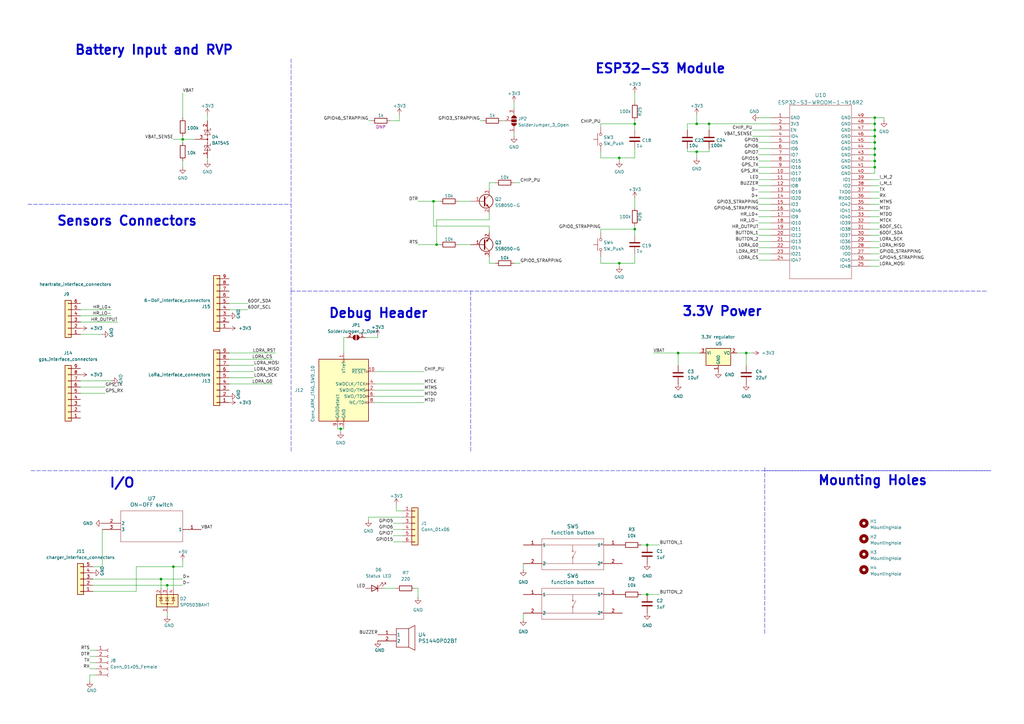
<source format=kicad_sch>
(kicad_sch (version 20231120) (generator "eeschema") (generator_version "8.0")
  (paper "A3")
  (lib_symbols
    (symbol "2024-10-08_01-38-24:EVQ-P7A01P" (pin_names (offset 0.254))
      (property "Reference" "SW6" (at 20.32 7.62 0))
      (property "Value" "function button" (at 20.32 5.08 0))
      (symbol "EVQ-P7A01P_0_1"
        (pin unspecified line (at 0 0 0) (length 7.62) (name "1") (number "1"))
        (pin unspecified line (at 0 -7.62 0) (length 7.62) (name "2") (number "2"))
      )
      (symbol "EVQ-P7A01P_1_1"
        (pin unspecified line (at 40.64 0 180) (length 7.62) (name "1*") (number "1"))
        (pin unspecified line (at 40.64 -7.62 180) (length 7.62) (name "2*") (number "2"))
      )
    )
    (symbol "2024-10-08_01-39-16:OS102011MA1QS1" (pin_names (offset 0.254))
      (property "Reference" "U" (at 20.32 10.16 0))
      (property "Value" "OS102011MA1QS1" (at 20.32 7.62 0))
      (symbol "OS102011MA1QS1_0_1"
        (pin unspecified line (at 0 0 0) (length 7.62) (name "1") (number "1"))
        (pin unspecified line (at 40.64 -2.54 180) (length 7.62) (name "2") (number "2"))
        (pin unspecified line (at 40.64 0 180) (length 7.62) (name "3") (number "3"))
      )
    )
    (symbol "2024-10-11_03-25-17:PS1440P02BT" (pin_names (offset 0.254))
      (property "Reference" "U" (at 7.62 7.62 0))
      (property "Value" "PS1440P02BT" (at 20.32 7.62 0))
      (symbol "PS1440P02BT_0_1"
        (pin unspecified line (at 0 0 0) (length 7.62) (name "1") (number "1"))
        (pin unspecified line (at 0 -2.54 0) (length 7.62) (name "2") (number "2"))
      )
    )
    (symbol "Conn_01x06_1" (pin_names (offset 1.016) hide)
      (property "Reference" "J" (at 0 7.62 0))
      (property "Value" "Conn_01x06" (at 0 -10.16 0))
      (symbol "Conn_01x06_1_1_1"
        (pin passive line (at -5.08 5.08 0) (length 3.81) (name "Pin_1") (number "1"))
        (pin passive line (at -5.08 2.54 0) (length 3.81) (name "Pin_2") (number "2"))
        (pin passive line (at -5.08 0 0) (length 3.81) (name "Pin_3") (number "3"))
        (pin passive line (at -5.08 -2.54 0) (length 3.81) (name "Pin_4") (number "4"))
        (pin passive line (at -5.08 -5.08 0) (length 3.81) (name "Pin_5") (number "5"))
        (pin passive line (at -5.08 -7.62 0) (length 3.81) (name "Pin_6") (number "6"))
      )
    )
    (symbol "Conn_01x09_1" (pin_names (offset 1.016) hide)
      (property "Reference" "J15" (at 2.54 1.2701 0))
      (property "Value" "6-DoF_interface_connectors" (at 2.54 -1.2699 0))
      (symbol "Conn_01x09_1_1_1"
        (pin passive line (at -5.08 10.16 0) (length 3.81) (name "VIN") (number "1"))
        (pin passive line (at -5.08 7.62 0) (length 3.81) (name "3Vo") (number "2"))
        (pin passive line (at -5.08 5.08 0) (length 3.81) (name "GND") (number "3"))
        (pin passive line (at -5.08 2.54 0) (length 3.81) (name "SCL") (number "4"))
        (pin passive line (at -5.08 0 0) (length 3.81) (name "SDA") (number "5"))
        (pin passive line (at -5.08 -2.54 0) (length 3.81) (name "D0") (number "6"))
        (pin passive line (at -5.08 -5.08 0) (length 3.81) (name "CS") (number "7"))
        (pin passive line (at -5.08 -7.62 0) (length 3.81) (name "I1") (number "8"))
        (pin passive line (at -5.08 -10.16 0) (length 3.81) (name "I2") (number "9"))
      )
    )
    (symbol "Conn_01x09_2" (pin_names (offset 1.016) hide)
      (property "Reference" "J14" (at 0 -16.51 0))
      (property "Value" "gps_interface_connectors" (at 0 -13.97 0))
      (symbol "Conn_01x09_2_1_1"
        (pin passive line (at -5.08 10.16 0) (length 3.81) (name "3.3V") (number "1"))
        (pin passive line (at -5.08 7.62 0) (length 3.81) (name "EN") (number "2"))
        (pin passive line (at -5.08 5.08 0) (length 3.81) (name "VBAT") (number "3"))
        (pin passive line (at -5.08 2.54 0) (length 3.81) (name "FIX") (number "4"))
        (pin passive line (at -5.08 0 0) (length 3.81) (name "TX") (number "5"))
        (pin passive line (at -5.08 -2.54 0) (length 3.81) (name "RX") (number "6"))
        (pin passive line (at -5.08 -5.08 0) (length 3.81) (name "GND") (number "7"))
        (pin passive line (at -5.08 -7.62 0) (length 3.81) (name "VIN") (number "8"))
        (pin passive line (at -5.08 -10.16 0) (length 3.81) (name "PPS") (number "9"))
      )
    )
    (symbol "Connector:Conn_01x05_Female" (pin_names (offset 1.016) hide)
      (property "Reference" "J" (at 0 7.62 0))
      (property "Value" "Conn_01x05_Female" (at 0 -7.62 0))
      (symbol "Conn_01x05_Female_1_1"
        (pin passive line (at -5.08 5.08 0) (length 3.81) (name "Pin_1") (number "1"))
        (pin passive line (at -5.08 2.54 0) (length 3.81) (name "Pin_2") (number "2"))
        (pin passive line (at -5.08 0 0) (length 3.81) (name "Pin_3") (number "3"))
        (pin passive line (at -5.08 -2.54 0) (length 3.81) (name "Pin_4") (number "4"))
        (pin passive line (at -5.08 -5.08 0) (length 3.81) (name "Pin_5") (number "5"))
      )
    )
    (symbol "Connector:Conn_ARM_JTAG_SWD_10" (pin_names (offset 1.016))
      (property "Reference" "J" (at -2.54 16.51 0))
      (property "Value" "Conn_ARM_JTAG_SWD_10" (at -2.54 13.97 0))
      (symbol "Conn_ARM_JTAG_SWD_10_1_1"
        (pin power_in line (at 0 15.24 270) (length 2.54) (name "VTref") (number "1"))
        (pin open_collector line (at 12.7 7.62 180) (length 2.54) (name "~{RESET}") (number "10"))
        (pin bidirectional line (at 12.7 0 180) (length 2.54) (name "SWDIO/TMS") (number "2"))
        (pin power_in line (at 0 -15.24 90) (length 2.54) (name "GND") (number "3"))
        (pin output line (at 12.7 2.54 180) (length 2.54) (name "SWDCLK/TCK") (number "4"))
        (pin passive line (at 0 -15.24 90) (length 2.54) hide (name "GND") (number "5"))
        (pin input line (at 12.7 -2.54 180) (length 2.54) (name "SWO/TDO") (number "6"))
        (pin no_connect line (at -10.16 0 0) (length 2.54) hide (name "KEY") (number "7"))
        (pin output line (at 12.7 -5.08 180) (length 2.54) (name "NC/TDI") (number "8"))
        (pin passive line (at -2.54 -15.24 90) (length 2.54) (name "GNDDetect") (number "9"))
      )
    )
    (symbol "Connector_Generic:Conn_01x05" (pin_names (offset 1.016) hide)
      (property "Reference" "J11" (at 0 -11.43 0))
      (property "Value" "charger_interface_connectors" (at 0 -8.89 0))
      (symbol "Conn_01x05_1_1"
        (pin passive line (at -5.08 5.08 0) (length 3.81) (name "5V") (number "1"))
        (pin passive line (at -5.08 2.54 0) (length 3.81) (name "D-") (number "2"))
        (pin passive line (at -5.08 0 0) (length 3.81) (name "D+") (number "3"))
        (pin passive line (at -5.08 -2.54 0) (length 3.81) (name "GND") (number "4"))
        (pin passive line (at -5.08 -5.08 0) (length 3.81) (name "BAT") (number "5"))
      )
    )
    (symbol "Connector_Generic:Conn_01x06" (pin_names (offset 1.016) hide)
      (property "Reference" "J9" (at -0.508 -11.43 0))
      (property "Value" "heartrate_interface_connectors" (at -17.78 -15.494 0))
      (symbol "Conn_01x06_1_1"
        (pin passive line (at -5.08 5.08 0) (length 3.81) (name "GND") (number "1"))
        (pin passive line (at -5.08 2.54 0) (length 3.81) (name "3.3V") (number "2"))
        (pin passive line (at -5.08 0 0) (length 3.81) (name "OUTPUT") (number "3"))
        (pin passive line (at -5.08 -2.54 0) (length 3.81) (name "LO-") (number "4"))
        (pin passive line (at -5.08 -5.08 0) (length 3.81) (name "LO+") (number "5"))
        (pin passive line (at -5.08 -7.62 0) (length 3.81) (name "SDN") (number "6"))
      )
    )
    (symbol "Connector_Generic:Conn_01x09" (pin_names (offset 1.016) hide)
      (property "Reference" "J13" (at 2.54 1.2701 0))
      (property "Value" "LoRa_interface_connectors" (at 2.54 -1.2699 0))
      (symbol "Conn_01x09_1_1"
        (pin passive line (at -5.08 10.16 0) (length 3.81) (name "VIN") (number "1"))
        (pin passive line (at -5.08 7.62 0) (length 3.81) (name "GND") (number "2"))
        (pin passive line (at -5.08 5.08 0) (length 3.81) (name "EN") (number "3"))
        (pin passive line (at -5.08 2.54 0) (length 3.81) (name "G0") (number "4"))
        (pin passive line (at -5.08 0 0) (length 3.81) (name "SCK") (number "5"))
        (pin passive line (at -5.08 -2.54 0) (length 3.81) (name "MISO") (number "6"))
        (pin passive line (at -5.08 -5.08 0) (length 3.81) (name "MOSI") (number "7"))
        (pin passive line (at -5.08 -7.62 0) (length 3.81) (name "CS") (number "8"))
        (pin passive line (at -5.08 -10.16 0) (length 3.81) (name "RST") (number "9"))
      )
    )
    (symbol "Device:C" (pin_numbers hide) (pin_names (offset 0.254))
      (property "Reference" "C" (at 0.635 2.54 0))
      (property "Value" "C" (at 0.635 -2.54 0))
      (symbol "C_1_1"
        (pin passive line (at 0 3.81 270) (length 2.794) (name "~") (number "1"))
        (pin passive line (at 0 -3.81 90) (length 2.794) (name "~") (number "2"))
      )
    )
    (symbol "Device:Q_NPN_BEC" (pin_names (offset 0) hide)
      (property "Reference" "Q" (at 5.08 1.27 0))
      (property "Value" "Q_NPN_BEC" (at 5.08 -1.27 0))
      (symbol "Q_NPN_BEC_1_1"
        (pin input line (at -5.08 0 0) (length 5.715) (name "B") (number "1"))
        (pin passive line (at 2.54 -5.08 90) (length 2.54) (name "E") (number "2"))
        (pin passive line (at 2.54 5.08 270) (length 2.54) (name "C") (number "3"))
      )
    )
    (symbol "Device:R" (pin_numbers hide) (pin_names (offset 0))
      (property "Reference" "R" (at 2.032 0 90))
      (property "Value" "R" (at 0 0 90))
      (symbol "R_1_1"
        (pin passive line (at 0 3.81 270) (length 1.27) (name "~") (number "1"))
        (pin passive line (at 0 -3.81 90) (length 1.27) (name "~") (number "2"))
      )
    )
    (symbol "Diode:BAT54S" (pin_names (offset 1.016))
      (property "Reference" "D" (at 0.635 -3.81 0))
      (property "Value" "BAT54S" (at -6.35 3.175 0))
      (symbol "BAT54S_1_1"
        (pin passive line (at -7.62 0 0) (length 3.81) (name "~") (number "1"))
        (pin passive line (at 7.62 0 180) (length 3.81) (name "~") (number "2"))
        (pin passive line (at 0 -5.08 90) (length 5.08) (name "~") (number "3"))
      )
    )
    (symbol "EVQ-P7A01P_1" (pin_names (offset 0.254))
      (property "Reference" "SW5" (at 20.32 7.62 0))
      (property "Value" "function button" (at 20.32 5.08 0))
      (symbol "EVQ-P7A01P_1_0_1"
        (pin unspecified line (at 0 0 0) (length 7.62) (name "1") (number "1"))
        (pin unspecified line (at 40.64 0 180) (length 7.62) (name "1*") (number "1"))
        (pin unspecified line (at 0 -7.62 0) (length 7.62) (name "2") (number "2"))
        (pin unspecified line (at 40.64 -7.62 180) (length 7.62) (name "2*") (number "2"))
      )
    )
    (symbol "Jumper:SolderJumper_2_Open" (pin_names (offset 0) hide)
      (property "Reference" "JP" (at 0 2.032 0))
      (property "Value" "SolderJumper_2_Open" (at 0 -2.54 0))
      (symbol "SolderJumper_2_Open_1_1"
        (pin passive line (at -3.81 0 0) (length 2.54) (name "A") (number "1"))
        (pin passive line (at 3.81 0 180) (length 2.54) (name "B") (number "2"))
      )
    )
    (symbol "Jumper:SolderJumper_3_Open" (pin_names (offset 0) hide)
      (property "Reference" "JP" (at -2.54 -2.54 0))
      (property "Value" "SolderJumper_3_Open" (at 0 2.794 0))
      (symbol "SolderJumper_3_Open_1_1"
        (pin passive line (at -5.08 0 0) (length 2.54) (name "A") (number "1"))
        (pin passive line (at 0 -3.81 90) (length 2.54) (name "C") (number "2"))
        (pin passive line (at 5.08 0 180) (length 2.54) (name "B") (number "3"))
      )
    )
    (symbol "LED:IR26-21C_L110_TR8" (pin_numbers hide) (pin_names (offset 1.016) hide)
      (property "Reference" "D" (at 0 2.54 0))
      (property "Value" "IR26-21C_L110_TR8" (at 0 -3.81 0))
      (symbol "IR26-21C_L110_TR8_1_1"
        (pin passive line (at -3.81 0 0) (length 2.54) (name "K") (number "1"))
        (pin passive line (at 3.81 0 180) (length 2.54) (name "A") (number "2"))
      )
    )
    (symbol "Mechanical:MountingHole" (pin_names (offset 1.016))
      (property "Reference" "H" (at 0 5.08 0))
      (property "Value" "MountingHole" (at 0 3.175 0))
    )
    (symbol "Power_Protection:SP0503BAHT" (pin_names hide)
      (property "Reference" "D" (at 5.715 2.54 0))
      (property "Value" "SP0503BAHT" (at 5.715 0.635 0))
      (symbol "SP0503BAHT_0_0"
        (pin passive line (at 0 -5.08 90) (length 2.54) (name "A") (number "1"))
      )
      (symbol "SP0503BAHT_1_1"
        (pin passive line (at -2.54 5.08 270) (length 2.54) (name "K") (number "2"))
        (pin passive line (at 0 5.08 270) (length 2.54) (name "K") (number "3"))
        (pin passive line (at 2.54 5.08 270) (length 2.54) (name "K") (number "4"))
      )
    )
    (symbol "Regulator_Linear:AZ1117-3.3" (pin_names (offset 0.254))
      (property "Reference" "U" (at -3.81 3.175 0))
      (property "Value" "AZ1117-3.3" (at 0 3.175 0))
      (symbol "AZ1117-3.3_1_1"
        (pin power_in line (at 0 -7.62 90) (length 2.54) (name "GND") (number "1"))
        (pin power_out line (at 7.62 0 180) (length 2.54) (name "VO") (number "2"))
        (pin power_in line (at -7.62 0 0) (length 2.54) (name "VI") (number "3"))
      )
    )
    (symbol "Switch:SW_Push" (pin_numbers hide) (pin_names (offset 1.016) hide)
      (property "Reference" "SW" (at 1.27 2.54 0))
      (property "Value" "SW_Push" (at 0 -1.524 0))
      (symbol "SW_Push_0_1"
        (pin passive line (at -5.08 0 0) (length 2.54) (name "1") (number "1"))
        (pin passive line (at 5.08 0 180) (length 2.54) (name "2") (number "2"))
      )
    )
    (symbol "basic:C" (pin_numbers hide) (pin_names (offset 0.254))
      (property "Reference" "C" (at 0.635 2.54 0))
      (symbol "C_1_1"
        (pin passive line (at 0 3.81 270) (length 2.794) (name "~") (number "1"))
        (pin passive line (at 0 -3.81 90) (length 2.794) (name "~") (number "2"))
      )
    )
    (symbol "basic:R" (pin_numbers hide) (pin_names (offset 0))
      (property "Value" "R" (at 0 0 90))
      (symbol "R_1_1"
        (pin passive line (at 0 3.81 270) (length 1.27) (name "~") (number "1"))
        (pin passive line (at 0 -3.81 90) (length 1.27) (name "~") (number "2"))
      )
    )
    (symbol "local_symbols:ESP32-S3-WROOM-1-N16R2" (pin_names (offset 0.254))
      (property "Reference" "U" (at 20.32 10.16 0))
      (property "Value" "ESP32-S3-WROOM-1-N16R2" (at 20.32 7.62 0))
      (symbol "ESP32-S3-WROOM-1-N16R2_0_1"
        (pin power_out line (at 0 0 0) (length 7.62) (name "GND") (number "1"))
        (pin bidirectional line (at 0 -22.86 0) (length 7.62) (name "IO17") (number "10"))
        (pin bidirectional line (at 0 -25.4 0) (length 7.62) (name "IO18") (number "11"))
        (pin bidirectional line (at 0 -27.94 0) (length 7.62) (name "IO8") (number "12"))
        (pin bidirectional line (at 0 -30.48 0) (length 7.62) (name "IO19") (number "13"))
        (pin bidirectional line (at 0 -33.02 0) (length 7.62) (name "IO20") (number "14"))
        (pin bidirectional line (at 0 -35.56 0) (length 7.62) (name "IO3") (number "15"))
        (pin bidirectional line (at 0 -38.1 0) (length 7.62) (name "IO46") (number "16"))
        (pin bidirectional line (at 0 -40.64 0) (length 7.62) (name "IO9") (number "17"))
        (pin bidirectional line (at 0 -43.18 0) (length 7.62) (name "IO10") (number "18"))
        (pin bidirectional line (at 0 -45.72 0) (length 7.62) (name "IO11") (number "19"))
        (pin power_in line (at 0 -2.54 0) (length 7.62) (name "3V3") (number "2"))
        (pin bidirectional line (at 0 -48.26 0) (length 7.62) (name "IO12") (number "20"))
        (pin bidirectional line (at 0 -50.8 0) (length 7.62) (name "IO13") (number "21"))
        (pin bidirectional line (at 0 -53.34 0) (length 7.62) (name "IO14") (number "22"))
        (pin bidirectional line (at 0 -55.88 0) (length 7.62) (name "IO21") (number "23"))
        (pin bidirectional line (at 0 -58.42 0) (length 7.62) (name "IO47") (number "24"))
        (pin bidirectional line (at 40.64 -60.96 180) (length 7.62) (name "IO48") (number "25"))
        (pin bidirectional line (at 40.64 -58.42 180) (length 7.62) (name "IO45") (number "26"))
        (pin bidirectional line (at 40.64 -55.88 180) (length 7.62) (name "IO0") (number "27"))
        (pin bidirectional line (at 40.64 -53.34 180) (length 7.62) (name "IO35") (number "28"))
        (pin bidirectional line (at 40.64 -50.8 180) (length 7.62) (name "IO36") (number "29"))
        (pin input line (at 0 -5.08 0) (length 7.62) (name "EN") (number "3"))
        (pin bidirectional line (at 40.64 -48.26 180) (length 7.62) (name "IO37") (number "30"))
        (pin bidirectional line (at 40.64 -45.72 180) (length 7.62) (name "IO38") (number "31"))
        (pin bidirectional line (at 40.64 -43.18 180) (length 7.62) (name "IO39") (number "32"))
        (pin bidirectional line (at 40.64 -40.64 180) (length 7.62) (name "IO40") (number "33"))
        (pin bidirectional line (at 40.64 -38.1 180) (length 7.62) (name "IO41") (number "34"))
        (pin bidirectional line (at 40.64 -35.56 180) (length 7.62) (name "IO42") (number "35"))
        (pin bidirectional line (at 40.64 -33.02 180) (length 7.62) (name "RXD0") (number "36"))
        (pin bidirectional line (at 40.64 -30.48 180) (length 7.62) (name "TXD0") (number "37"))
        (pin bidirectional line (at 40.64 -27.94 180) (length 7.62) (name "IO2") (number "38"))
        (pin bidirectional line (at 40.64 -25.4 180) (length 7.62) (name "IO1") (number "39"))
        (pin bidirectional line (at 0 -7.62 0) (length 7.62) (name "IO4") (number "4"))
        (pin power_out line (at 40.64 -22.86 180) (length 7.62) (name "GND") (number "40"))
        (pin power_out line (at 40.64 -20.32 180) (length 7.62) (name "GND") (number "41"))
        (pin power_out line (at 40.64 -17.78 180) (length 7.62) (name "GND") (number "42"))
        (pin power_out line (at 40.64 -15.24 180) (length 7.62) (name "GND") (number "43"))
        (pin power_out line (at 40.64 -12.7 180) (length 7.62) (name "GND") (number "44"))
        (pin power_out line (at 40.64 -10.16 180) (length 7.62) (name "GND") (number "45"))
        (pin power_out line (at 40.64 -7.62 180) (length 7.62) (name "GND") (number "46"))
        (pin power_out line (at 40.64 -5.08 180) (length 7.62) (name "GND") (number "47"))
        (pin power_out line (at 40.64 -2.54 180) (length 7.62) (name "GND") (number "48"))
        (pin power_out line (at 40.64 0 180) (length 7.62) (name "GND") (number "49"))
        (pin bidirectional line (at 0 -10.16 0) (length 7.62) (name "IO5") (number "5"))
        (pin bidirectional line (at 0 -12.7 0) (length 7.62) (name "IO6") (number "6"))
        (pin bidirectional line (at 0 -15.24 0) (length 7.62) (name "IO7") (number "7"))
        (pin bidirectional line (at 0 -17.78 0) (length 7.62) (name "IO15") (number "8"))
        (pin bidirectional line (at 0 -20.32 0) (length 7.62) (name "IO16") (number "9"))
      )
    )
    (symbol "power:+3V3" (power) (pin_names (offset 0))
      (property "Value" "+3V3" (at 0 3.556 0))
      (symbol "+3V3_1_1"
        (pin power_in line (at 0 0 90) (length 0) hide (name "+3V3") (number "1"))
      )
    )
    (symbol "power:+5V" (power) (pin_names (offset 0))
      (property "Value" "+5V" (at 0 3.556 0))
      (symbol "+5V_1_1"
        (pin power_in line (at 0 0 90) (length 0) hide (name "+5V") (number "1"))
      )
    )
    (symbol "power:GND" (power) (pin_numbers hide) (pin_names (offset 0) hide)
      (property "Value" "GND" (at 0 -3.81 0))
      (symbol "GND_1_1"
        (pin power_in line (at 0 0 270) (length 0) (name "~") (number "1"))
      )
    )
  )
  (junction (at 260.35 93.98))
  (junction (at 358.775 55.88))
  (junction (at 265.43 243.84))
  (junction (at 285.75 62.23))
  (junction (at 358.775 50.8))
  (junction (at 358.775 58.42))
  (junction (at 71.12 232.41))
  (junction (at 285.75 50.8))
  (junction (at 290.83 50.8))
  (junction (at 278.13 144.78))
  (junction (at 358.775 68.58))
  (junction (at 74.93 57.15))
  (junction (at 265.43 223.52))
  (junction (at 358.775 48.26))
  (junction (at 68.58 240.03))
  (junction (at 358.775 66.04))
  (junction (at 358.775 60.96))
  (junction (at 260.35 50.8))
  (junction (at 179.07 100.33))
  (junction (at 254 107.95))
  (junction (at 358.775 63.5))
  (junction (at 306.07 144.78))
  (junction (at 139.7 175.895))
  (junction (at 254 64.77))
  (junction (at 358.775 53.34))
  (junction (at 66.04 237.49))
  (junction (at 177.8 82.55))
  (wire (pts (xy 36.83 266.7) (xy 39.37 266.7)))
  (wire (pts (xy 36.83 271.78) (xy 39.37 271.78)))
  (wire (pts (xy 68.58 240.03) (xy 74.93 240.03)))
  (wire (pts (xy 311.15 86.36) (xy 316.23 86.36)))
  (wire (pts (xy 154.94 137.795) (xy 154.94 138.43)))
  (polyline (pts (xy 193.04 119.38) (xy 193.04 185.42)) (stroke (width 0) (type dash)))
  (wire (pts (xy 260.35 81.28) (xy 260.35 85.09)))
  (wire (pts (xy 38.1 242.57) (xy 55.88 242.57)))
  (wire (pts (xy 161.29 214.63) (xy 165.1 214.63)))
  (polyline (pts (xy 119.38 24.13) (xy 119.38 119.38)) (stroke (width 0) (type dash)))
  (wire (pts (xy 356.87 99.06) (xy 360.68 99.06)))
  (wire (pts (xy 278.13 144.78) (xy 278.13 149.86)))
  (wire (pts (xy 311.15 99.06) (xy 316.23 99.06)))
  (wire (pts (xy 262.89 243.84) (xy 265.43 243.84)))
  (wire (pts (xy 153.67 160.02) (xy 173.99 160.02)))
  (wire (pts (xy 254 107.95) (xy 254 109.22)))
  (wire (pts (xy 311.15 48.26) (xy 316.23 48.26)))
  (wire (pts (xy 104.14 152.4) (xy 93.98 152.4)))
  (wire (pts (xy 210.82 107.95) (xy 213.36 107.95)))
  (wire (pts (xy 356.87 81.28) (xy 360.68 81.28)))
  (wire (pts (xy 71.12 232.41) (xy 74.93 232.41)))
  (wire (pts (xy 311.15 73.66) (xy 316.23 73.66)))
  (wire (pts (xy 33.02 158.75) (xy 43.18 158.75)))
  (wire (pts (xy 311.15 68.58) (xy 316.23 68.58)))
  (polyline (pts (xy 12.7 193.04) (xy 406.4 193.04)) (stroke (width 0) (type dash)))
  (wire (pts (xy 246.38 107.95) (xy 254 107.95)))
  (wire (pts (xy 200.66 90.17) (xy 179.07 90.17)))
  (wire (pts (xy 214.63 233.68) (xy 214.63 231.14)))
  (wire (pts (xy 308.61 53.34) (xy 316.23 53.34)))
  (wire (pts (xy 356.87 66.04) (xy 358.775 66.04)))
  (wire (pts (xy 260.35 107.95) (xy 254 107.95)))
  (wire (pts (xy 113.03 144.78) (xy 93.98 144.78)))
  (polyline (pts (xy 313.69 191.77) (xy 313.69 260.35)) (stroke (width 0) (type dash)))
  (wire (pts (xy 71.12 57.15) (xy 74.93 57.15)))
  (wire (pts (xy 160.02 49.53) (xy 163.83 49.53)))
  (wire (pts (xy 93.98 157.48) (xy 111.76 157.48)))
  (wire (pts (xy 356.87 78.74) (xy 360.68 78.74)))
  (wire (pts (xy 285.75 62.23) (xy 290.83 62.23)))
  (wire (pts (xy 260.35 49.53) (xy 260.35 50.8)))
  (wire (pts (xy 356.87 55.88) (xy 358.775 55.88)))
  (wire (pts (xy 260.35 104.14) (xy 260.35 107.95)))
  (wire (pts (xy 260.35 92.71) (xy 260.35 93.98)))
  (wire (pts (xy 358.775 55.88) (xy 358.775 53.34)))
  (wire (pts (xy 38.1 240.03) (xy 68.58 240.03)))
  (wire (pts (xy 153.67 152.4) (xy 173.99 152.4)))
  (wire (pts (xy 45.72 127) (xy 33.02 127)))
  (wire (pts (xy 356.87 93.98) (xy 360.68 93.98)))
  (wire (pts (xy 281.94 60.96) (xy 281.94 62.23)))
  (polyline (pts (xy 406.4 193.04) (xy 313.69 193.04)) (stroke (width 0) (type dash)))
  (wire (pts (xy 171.45 241.3) (xy 171.45 245.11)))
  (wire (pts (xy 161.29 217.17) (xy 165.1 217.17)))
  (wire (pts (xy 214.63 254) (xy 214.63 251.46)))
  (wire (pts (xy 306.07 144.78) (xy 306.07 149.86)))
  (wire (pts (xy 187.96 100.33) (xy 193.04 100.33)))
  (wire (pts (xy 162.56 209.55) (xy 165.1 209.55)))
  (wire (pts (xy 200.66 105.41) (xy 200.66 107.95)))
  (wire (pts (xy 177.8 82.55) (xy 180.34 82.55)))
  (wire (pts (xy 246.38 50.8) (xy 260.35 50.8)))
  (wire (pts (xy 246.38 105.41) (xy 246.38 107.95)))
  (wire (pts (xy 311.15 71.12) (xy 316.23 71.12)))
  (wire (pts (xy 138.43 175.26) (xy 138.43 175.895)))
  (wire (pts (xy 356.87 104.14) (xy 360.68 104.14)))
  (wire (pts (xy 356.87 106.68) (xy 360.68 106.68)))
  (wire (pts (xy 356.87 68.58) (xy 358.775 68.58)))
  (wire (pts (xy 74.93 55.88) (xy 74.93 57.15)))
  (wire (pts (xy 171.45 100.33) (xy 179.07 100.33)))
  (wire (pts (xy 39.37 276.86) (xy 36.83 276.86)))
  (wire (pts (xy 267.97 144.78) (xy 278.13 144.78)))
  (wire (pts (xy 260.35 50.8) (xy 260.35 53.34)))
  (wire (pts (xy 246.38 62.23) (xy 246.38 64.77)))
  (wire (pts (xy 157.48 241.3) (xy 162.56 241.3)))
  (wire (pts (xy 104.14 149.86) (xy 93.98 149.86)))
  (wire (pts (xy 210.82 54.61) (xy 210.82 55.88)))
  (wire (pts (xy 151.13 212.09) (xy 165.1 212.09)))
  (wire (pts (xy 68.58 240.03) (xy 68.58 241.3)))
  (wire (pts (xy 45.72 156.21) (xy 33.02 156.21)))
  (wire (pts (xy 358.775 66.04) (xy 358.775 63.5)))
  (wire (pts (xy 85.09 46.99) (xy 85.09 49.53)))
  (wire (pts (xy 43.18 161.29) (xy 33.02 161.29)))
  (wire (pts (xy 311.15 104.14) (xy 316.23 104.14)))
  (wire (pts (xy 356.87 63.5) (xy 358.775 63.5)))
  (wire (pts (xy 281.94 50.8) (xy 285.75 50.8)))
  (wire (pts (xy 311.15 63.5) (xy 316.23 63.5)))
  (wire (pts (xy 55.88 232.41) (xy 71.12 232.41)))
  (wire (pts (xy 196.85 49.53) (xy 198.12 49.53)))
  (polyline (pts (xy 11.43 83.82) (xy 119.38 83.82)) (stroke (width 0) (type dash)))
  (wire (pts (xy 246.38 64.77) (xy 254 64.77)))
  (wire (pts (xy 45.72 129.54) (xy 33.02 129.54)))
  (wire (pts (xy 358.775 68.58) (xy 358.775 66.04)))
  (wire (pts (xy 311.15 91.44) (xy 316.23 91.44)))
  (wire (pts (xy 356.87 76.2) (xy 360.68 76.2)))
  (wire (pts (xy 246.38 52.07) (xy 246.38 50.8)))
  (wire (pts (xy 281.94 62.23) (xy 285.75 62.23)))
  (wire (pts (xy 101.6 127) (xy 93.98 127)))
  (wire (pts (xy 358.775 58.42) (xy 358.775 55.88)))
  (wire (pts (xy 66.04 237.49) (xy 66.04 241.3)))
  (wire (pts (xy 358.775 53.34) (xy 358.775 50.8)))
  (wire (pts (xy 260.35 38.1) (xy 260.35 41.91)))
  (wire (pts (xy 179.07 90.17) (xy 179.07 100.33)))
  (wire (pts (xy 311.15 83.82) (xy 316.23 83.82)))
  (wire (pts (xy 358.775 71.12) (xy 358.775 68.58)))
  (polyline (pts (xy 119.38 119.38) (xy 405.13 119.38)) (stroke (width 0) (type dash)))
  (wire (pts (xy 311.15 76.2) (xy 316.23 76.2)))
  (wire (pts (xy 311.15 106.68) (xy 316.23 106.68)))
  (wire (pts (xy 290.83 50.8) (xy 316.23 50.8)))
  (wire (pts (xy 356.87 96.52) (xy 360.68 96.52)))
  (wire (pts (xy 356.87 101.6) (xy 360.68 101.6)))
  (wire (pts (xy 311.15 96.52) (xy 316.23 96.52)))
  (wire (pts (xy 163.83 46.99) (xy 163.83 49.53)))
  (wire (pts (xy 311.15 101.6) (xy 316.23 101.6)))
  (wire (pts (xy 68.58 251.46) (xy 68.58 252.73)))
  (wire (pts (xy 74.93 38.1) (xy 74.93 48.26)))
  (wire (pts (xy 285.75 62.23) (xy 285.75 64.77)))
  (wire (pts (xy 285.75 46.99) (xy 285.75 50.8)))
  (wire (pts (xy 356.87 48.26) (xy 358.775 48.26)))
  (wire (pts (xy 170.18 241.3) (xy 171.45 241.3)))
  (wire (pts (xy 200.66 87.63) (xy 200.66 90.17)))
  (wire (pts (xy 200.66 95.25) (xy 200.66 92.71)))
  (wire (pts (xy 85.09 64.77) (xy 85.09 66.04)))
  (wire (pts (xy 140.97 138.43) (xy 140.97 144.78)))
  (wire (pts (xy 262.89 223.52) (xy 265.43 223.52)))
  (wire (pts (xy 260.35 64.77) (xy 254 64.77)))
  (wire (pts (xy 311.15 60.96) (xy 316.23 60.96)))
  (wire (pts (xy 210.82 74.93) (xy 213.36 74.93)))
  (wire (pts (xy 36.83 269.24) (xy 39.37 269.24)))
  (wire (pts (xy 74.93 57.15) (xy 80.01 57.15)))
  (wire (pts (xy 149.86 138.43) (xy 154.94 138.43)))
  (wire (pts (xy 41.91 232.41) (xy 41.91 217.17)))
  (wire (pts (xy 205.74 49.53) (xy 207.01 49.53)))
  (wire (pts (xy 179.07 100.33) (xy 180.34 100.33)))
  (wire (pts (xy 36.83 276.86) (xy 36.83 279.4)))
  (wire (pts (xy 151.13 49.53) (xy 152.4 49.53)))
  (wire (pts (xy 153.67 165.1) (xy 173.99 165.1)))
  (wire (pts (xy 153.67 157.48) (xy 173.99 157.48)))
  (wire (pts (xy 187.96 82.55) (xy 193.04 82.55)))
  (wire (pts (xy 171.45 82.55) (xy 177.8 82.55)))
  (wire (pts (xy 362.585 49.53) (xy 362.585 48.26)))
  (wire (pts (xy 278.13 144.78) (xy 287.02 144.78)))
  (wire (pts (xy 111.76 147.32) (xy 93.98 147.32)))
  (wire (pts (xy 200.66 107.95) (xy 203.2 107.95)))
  (wire (pts (xy 177.8 92.71) (xy 177.8 82.55)))
  (wire (pts (xy 358.775 60.96) (xy 358.775 58.42)))
  (wire (pts (xy 38.1 237.49) (xy 66.04 237.49)))
  (wire (pts (xy 311.15 58.42) (xy 316.23 58.42)))
  (wire (pts (xy 200.66 92.71) (xy 177.8 92.71)))
  (wire (pts (xy 210.82 41.91) (xy 210.82 44.45)))
  (wire (pts (xy 265.43 223.52) (xy 270.51 223.52)))
  (wire (pts (xy 311.15 66.04) (xy 316.23 66.04)))
  (wire (pts (xy 285.75 50.8) (xy 290.83 50.8)))
  (wire (pts (xy 138.43 175.895) (xy 139.7 175.895)))
  (wire (pts (xy 260.35 93.98) (xy 260.35 96.52)))
  (wire (pts (xy 140.97 175.26) (xy 140.97 175.895)))
  (wire (pts (xy 311.15 81.28) (xy 316.23 81.28)))
  (wire (pts (xy 161.29 222.25) (xy 165.1 222.25)))
  (wire (pts (xy 246.38 95.25) (xy 246.38 93.98)))
  (wire (pts (xy 161.29 219.71) (xy 165.1 219.71)))
  (wire (pts (xy 38.1 232.41) (xy 41.91 232.41)))
  (wire (pts (xy 281.94 53.34) (xy 281.94 50.8)))
  (wire (pts (xy 71.12 232.41) (xy 71.12 241.3)))
  (polyline (pts (xy 119.38 119.38) (xy 119.38 185.42)) (stroke (width 0) (type dash)))
  (wire (pts (xy 356.87 109.22) (xy 360.68 109.22)))
  (wire (pts (xy 200.66 74.93) (xy 200.66 77.47)))
  (wire (pts (xy 55.88 242.57) (xy 55.88 232.41)))
  (wire (pts (xy 74.93 57.15) (xy 74.93 58.42)))
  (wire (pts (xy 358.775 48.26) (xy 358.775 50.8)))
  (wire (pts (xy 308.61 55.88) (xy 316.23 55.88)))
  (wire (pts (xy 356.87 58.42) (xy 358.775 58.42)))
  (wire (pts (xy 356.87 60.96) (xy 358.775 60.96)))
  (wire (pts (xy 356.87 73.66) (xy 360.68 73.66)))
  (wire (pts (xy 101.6 124.46) (xy 93.98 124.46)))
  (wire (pts (xy 203.2 74.93) (xy 200.66 74.93)))
  (wire (pts (xy 74.93 66.04) (xy 74.93 68.58)))
  (wire (pts (xy 290.83 60.96) (xy 290.83 62.23)))
  (wire (pts (xy 104.14 154.94) (xy 93.98 154.94)))
  (wire (pts (xy 356.87 83.82) (xy 360.68 83.82)))
  (wire (pts (xy 311.15 78.74) (xy 316.23 78.74)))
  (wire (pts (xy 254 64.77) (xy 254 66.04)))
  (wire (pts (xy 302.26 144.78) (xy 306.07 144.78)))
  (wire (pts (xy 139.7 175.895) (xy 139.7 177.165)))
  (wire (pts (xy 311.15 88.9) (xy 316.23 88.9)))
  (wire (pts (xy 153.67 162.56) (xy 173.99 162.56)))
  (wire (pts (xy 358.775 63.5) (xy 358.775 60.96)))
  (wire (pts (xy 260.35 60.96) (xy 260.35 64.77)))
  (wire (pts (xy 356.87 53.34) (xy 358.775 53.34)))
  (wire (pts (xy 358.775 50.8) (xy 356.87 50.8)))
  (wire (pts (xy 356.87 91.44) (xy 360.68 91.44)))
  (wire (pts (xy 41.91 137.16) (xy 33.02 137.16)))
  (wire (pts (xy 356.87 86.36) (xy 360.68 86.36)))
  (wire (pts (xy 308.61 144.78) (xy 306.07 144.78)))
  (wire (pts (xy 311.15 93.98) (xy 316.23 93.98)))
  (wire (pts (xy 290.83 50.8) (xy 290.83 53.34)))
  (wire (pts (xy 36.83 274.32) (xy 39.37 274.32)))
  (wire (pts (xy 66.04 237.49) (xy 74.93 237.49)))
  (wire (pts (xy 151.13 212.09) (xy 151.13 213.36)))
  (wire (pts (xy 356.87 71.12) (xy 358.775 71.12)))
  (wire (pts (xy 48.26 132.08) (xy 33.02 132.08)))
  (wire (pts (xy 142.24 138.43) (xy 140.97 138.43)))
  (wire (pts (xy 265.43 243.84) (xy 270.51 243.84)))
  (wire (pts (xy 74.93 229.87) (xy 74.93 232.41)))
  (wire (pts (xy 246.38 93.98) (xy 260.35 93.98)))
  (wire (pts (xy 162.56 207.01) (xy 162.56 209.55)))
  (wire (pts (xy 356.87 88.9) (xy 360.68 88.9)))
  (wire (pts (xy 358.775 48.26) (xy 362.585 48.26)))
  (wire (pts (xy 140.97 175.895) (xy 139.7 175.895)))
  (text "I/O" (at 44.704 200.406 0) (effects (font (size 3.81 3.81) (thickness 0.762) (bold yes)) (justify left bottom)))
  (text "3.3V Power" (at 279.654 130.048 0) (effects (font (size 3.81 3.81) (thickness 0.762) (bold yes)) (justify left bottom)))
  (text "Debug Header" (at 134.62 130.81 0) (effects (font (size 3.81 3.81) (thickness 0.762) (bold yes)) (justify left bottom)))
  (text "ESP32-S3 Module" (at 243.84 30.48 0) (effects (font (size 3.81 3.81) (thickness 0.762) (bold yes)) (justify left bottom)))
  (text "Mounting Holes" (at 335.28 199.39 0) (effects (font (size 3.81 3.81) (thickness 0.762) (bold yes)) (justify left bottom)))
  (text "Sensors Connectors\n" (at 23.114 92.964 0) (effects (font (size 3.81 3.81) (thickness 0.762) (bold yes)) (justify left bottom)))
  (text "Battery Input and RVP" (at 30.48 22.86 0) (effects (font (size 3.81 3.81) (thickness 0.762) (bold yes)) (justify left bottom)))
  (label "GPIO3_STRAPPING" (at 196.85 49.53 180))
  (label "LORA_MISO" (at 360.68 101.6 0))
  (label "D+" (at 74.93 237.49 0))
  (label "LORA_CS" (at 311.15 106.68 180))
  (label "GPIO15" (at 161.29 222.25 180))
  (label "LORA_G0" (at 311.15 101.6 180))
  (label "GPIO46_STRAPPING" (at 311.15 86.36 180))
  (label "VBAT" (at 267.97 144.78 0))
  (label "6DOF_SDA" (at 101.6 124.46 0))
  (label "GPIO6" (at 161.29 217.17 180))
  (label "D-" (at 74.93 240.03 0))
  (label "LORA_MOSI" (at 104.14 149.86 0))
  (label "GPIO5" (at 311.15 58.42 180))
  (label "MTMS" (at 360.68 83.82 0))
  (label "GPIO7" (at 161.29 219.71 180))
  (label "HR_LO-" (at 45.72 129.54 180))
  (label "GPIO45_STRAPPING" (at 360.68 106.68 0))
  (label "GPIO6" (at 311.15 60.96 180))
  (label "VBAT_SENSE" (at 308.61 55.88 180))
  (label "LORA_SCK" (at 360.68 99.06 0))
  (label "HR_LO-" (at 311.15 91.44 180))
  (label "LORA_RST" (at 311.15 104.14 180))
  (label "BUZZER" (at 154.94 260.35 180))
  (label "BUTTON_1" (at 311.15 96.52 180))
  (label "MTCK" (at 173.99 157.48 0))
  (label "LORA_CS" (at 111.76 147.32 180))
  (label "CHIP_PU" (at 308.61 53.34 180))
  (label "BUTTON_2" (at 270.51 243.84 0))
  (label "GPIO5" (at 161.29 214.63 180))
  (label "TX" (at 360.68 78.74 0))
  (label "DTR" (at 36.83 269.24 180))
  (label "HR_OUTPUT" (at 48.26 132.08 180))
  (label "RX" (at 360.68 81.28 0))
  (label "CHIP_PU" (at 173.99 152.4 0))
  (label "GPIO7" (at 311.15 63.5 180))
  (label "LORA_SCK" (at 104.14 154.94 0))
  (label "VBAT" (at 82.55 217.17 0))
  (label "HR_OUTPUT" (at 311.15 93.98 180))
  (label "DTR" (at 171.45 82.55 180))
  (label "LED" (at 311.15 73.66 180))
  (label "HR_L0+" (at 45.72 127 180))
  (label "GPIO0_STRAPPING" (at 213.36 107.95 0))
  (label "VBAT_SENSE" (at 71.12 57.15 180))
  (label "I_M_1" (at 360.68 76.2 0))
  (label "6DOF_SCL" (at 360.68 93.98 0))
  (label "CHIP_PU" (at 246.38 50.8 180))
  (label "MTCK" (at 360.68 91.44 0))
  (label "BUTTON_1" (at 270.51 223.52 0))
  (label "GPS_RX" (at 43.18 161.29 0))
  (label "RTS" (at 36.83 266.7 180))
  (label "LORA_MOSI" (at 360.68 109.22 0))
  (label "MTDI" (at 173.99 165.1 0))
  (label "BUTTON_2" (at 311.15 99.06 180))
  (label "MTDI" (at 360.68 86.36 0))
  (label "LED" (at 149.86 241.3 180))
  (label "RX" (at 36.83 274.32 180))
  (label "BUZZER" (at 311.15 76.2 180))
  (label "GPIO15" (at 311.15 66.04 180))
  (label "CHIP_PU" (at 213.36 74.93 0))
  (label "GPIO3_STRAPPING" (at 311.15 83.82 180))
  (label "D-" (at 311.15 78.74 180))
  (label "MTMS" (at 173.99 160.02 0))
  (label "HR_L0+" (at 311.15 88.9 180))
  (label "LORA_G0" (at 111.76 157.48 180))
  (label "GPIO46_STRAPPING" (at 151.13 49.53 180))
  (label "GPIO0_STRAPPING" (at 360.68 104.14 0))
  (label "RTS" (at 171.45 100.33 180))
  (label "VBAT" (at 74.93 38.1 0))
  (label "GPIO0_STRAPPING" (at 246.38 93.98 180))
  (label "MTDO" (at 173.99 162.56 0))
  (label "LORA_MISO" (at 104.14 152.4 0))
  (label "I_M_2" (at 360.68 73.66 0))
  (label "TX" (at 36.83 271.78 180))
  (label "LORA_RST" (at 113.03 144.78 180))
  (label "MTDO" (at 360.68 88.9 0))
  (label "6DOF_SCL" (at 101.6 127 0))
  (label "GPS_TX" (at 43.18 158.75 0))
  (label "GPS_TX" (at 311.15 68.58 180))
  (label "GPS_RX" (at 311.15 71.12 180))
  (label "6DOF_SDA" (at 360.68 96.52 0))
  (label "D+" (at 311.15 81.28 180))
  (symbol (lib_id "2024-10-08_01-38-24:EVQ-P7A01P") (at 214.63 243.84 0) (unit 1)
    (property "Reference" "SW6" (at 234.95 236.22 0) (effects (font (size 1.524 1.524))))
    (property "Value" "function button" (at 234.95 238.76 0) (effects (font (size 1.524 1.524))))
    (property "Footprint" "Button_Switch_SMD:SW_SPST_EVQP7A" (effects (hide yes)))
    (property "Datasheet" "EVQ-P7A01P" (effects (hide yes)))
  )
  (symbol (lib_id "power:GND") (at 285.75 64.77 0) (unit 1)
    (property "Reference" "#PWR079" (effects (hide yes)))
    (property "Value" "GND" (at 285.75 69.2134 0))
  )
  (symbol (lib_id "2024-10-08_01-39-16:OS102011MA1QS1") (at 82.55 217.17 180) (unit 1)
    (property "Reference" "U7" (at 62.23 204.47 0) (effects (font (size 1.524 1.524))))
    (property "Value" "ON-OFF switch" (at 62.23 207.01 0) (effects (font (size 1.524 1.524))))
    (property "Footprint" "Button_Switch_THT:SW_Slide_SPDT_Angled_CK_OS102011MA1Q" (effects (hide yes)))
    (property "Datasheet" "OS102011MA1QS1" (effects (hide yes)))
  )
  (symbol (lib_id "Device:R") (at 259.08 223.52 90) (unit 1)
    (property "Reference" "R3" (at 259.08 217.17 90))
    (property "Value" "10k" (at 259.08 219.71 90))
    (property "Footprint" "Resistor_SMD:R_0805_2012Metric_Pad1.20x1.40mm_HandSolder" (effects (hide yes)))
    (property "Description" "Resistor" (effects (hide yes)))
  )
  (symbol (lib_id "2024-10-11_03-25-17:PS1440P02BT") (at 154.94 260.35 0) (unit 1)
    (property "Reference" "U4" (at 171.45 260.3499 0) (effects (font (size 1.524 1.524)) (justify left)))
    (property "Value" "PS1440P02BT" (at 171.45 262.8899 0) (effects (font (size 1.524 1.524)) (justify left)))
    (property "Footprint" "Buzzer_Beeper:Buzzer_TDK_PS1240P02BT_D12.2mm_H6.5mm" (effects (hide yes)))
    (property "Datasheet" "PS1440P02BT" (effects (hide yes)))
  )
  (symbol (lib_id "power:GND") (at 254 66.04 0) (unit 1)
    (property "Reference" "#PWR067" (effects (hide yes)))
    (property "Value" "GND" (at 254 70.4834 0))
  )
  (symbol (lib_name "Conn_01x06_1") (lib_id "Connector_Generic:Conn_01x06") (at 170.18 214.63 0) (unit 1)
    (property "Reference" "J1" (at 172.72 214.6299 0) (effects (justify left)))
    (property "Value" "Conn_01x06" (at 172.72 217.1699 0) (effects (justify left)))
    (property "Footprint" "Connector_PinHeader_2.54mm:PinHeader_1x06_P2.54mm_Vertical" (effects (hide yes)))
    (property "Description" "Generic connector, single row, 01x06, script generated (kicad-library-utils/schlib/autogen/connector/)" (effects (hide yes)))
  )
  (symbol (lib_id "Device:Q_NPN_BEC") (at 198.12 100.33 0) (mirror x) (unit 1)
    (property "Reference" "Q3" (at 202.9714 99.4953 0) (effects (justify left)))
    (property "Value" "SS8050-G" (at 202.9714 102.0322 0) (effects (justify left)))
    (property "Footprint" "Package_TO_SOT_SMD:SOT-23" (effects (hide yes)))
  )
  (symbol (lib_id "Device:C") (at 306.07 153.67 0) (unit 1)
    (property "Reference" "C4" (at 309.88 152.3999 0) (effects (justify left)))
    (property "Value" "22uF" (at 309.88 154.9399 0) (effects (justify left)))
    (property "Footprint" "Capacitor_SMD:C_0805_2012Metric_Pad1.18x1.45mm_HandSolder" (effects (hide yes)))
    (property "Description" "Unpolarized capacitor" (effects (hide yes)))
  )
  (symbol (lib_id "Switch:SW_Push") (at 246.38 100.33 90) (unit 1)
    (property "Reference" "SW4" (at 247.523 99.4953 90) (effects (justify right)))
    (property "Value" "SW_Push" (at 247.523 102.0322 90) (effects (justify right)))
    (property "Footprint" "Button_Switch_SMD:SW_SPST_B3S-1000" (effects (hide yes)))
    (property "Datasheet" "https://www.digikey.com/en/products/detail/omron-electronics-inc-emc-div/B3S-1000/20686" (effects (hide yes)))
  )
  (symbol (lib_id "Device:C") (at 265.43 247.65 0) (unit 1)
    (property "Reference" "C2" (at 269.24 246.3799 0) (effects (justify left)))
    (property "Value" "1uF" (at 269.24 248.9199 0) (effects (justify left)))
    (property "Footprint" "Capacitor_SMD:C_0805_2012Metric_Pad1.18x1.45mm_HandSolder" (effects (hide yes)))
    (property "Description" "Unpolarized capacitor" (effects (hide yes)))
  )
  (symbol (lib_id "power:+3V3") (at 93.98 165.1 270) (unit 1)
    (property "Reference" "#PWR019" (effects (hide yes)))
    (property "Value" "+3V3" (at 97.79 165.0999 90) (effects (justify left)))
  )
  (symbol (lib_id "power:GND") (at 210.82 55.88 0) (unit 1)
    (property "Reference" "#PWR059" (effects (hide yes)))
    (property "Value" "GND" (at 210.82 60.3234 0))
  )
  (symbol (lib_id "Connector:Conn_01x05_Female") (at 44.45 271.78 0) (unit 1)
    (property "Reference" "J8" (at 45.1612 270.9453 0) (effects (justify left)))
    (property "Value" "Conn_01x05_Female" (at 45.1612 273.4822 0) (effects (justify left)))
    (property "Footprint" "Connector_PinHeader_2.54mm:PinHeader_1x05_P2.54mm_Vertical" (effects (hide yes)))
  )
  (symbol (lib_name "Conn_01x09_2") (lib_id "Connector_Generic:Conn_01x09") (at 27.94 161.29 180) (unit 1)
    (property "Reference" "J14" (at 27.94 144.78 0))
    (property "Value" "gps_interface_connectors" (at 27.94 147.32 0))
    (property "Footprint" "Connector_PinHeader_2.54mm:PinHeader_1x09_P2.54mm_Vertical" (effects (hide yes)))
    (property "Description" "Generic connector, single row, 01x09, script generated (kicad-library-utils/schlib/autogen/connector/)" (effects (hide yes)))
  )
  (symbol (lib_id "Device:R") (at 259.08 243.84 90) (unit 1)
    (property "Reference" "R2" (at 259.08 237.49 90))
    (property "Value" "10k" (at 259.08 240.03 90))
    (property "Footprint" "Resistor_SMD:R_0805_2012Metric_Pad1.20x1.40mm_HandSolder" (effects (hide yes)))
    (property "Description" "Resistor" (effects (hide yes)))
  )
  (symbol (lib_id "power:GND") (at 254 109.22 0) (unit 1)
    (property "Reference" "#PWR068" (effects (hide yes)))
    (property "Value" "GND" (at 254 113.6634 0))
  )
  (symbol (lib_id "power:GND") (at 362.585 49.53 0) (unit 1)
    (property "Reference" "#PWR084" (effects (hide yes)))
    (property "Value" "GND" (at 362.585 53.9734 0))
  )
  (symbol (lib_id "power:GND") (at 171.45 245.11 0) (unit 1)
    (property "Reference" "#PWR047" (effects (hide yes)))
    (property "Value" "GND" (at 171.45 250.19 0))
    (property "Description" "Power symbol creates a global label with name \"GND\" , ground" (effects (hide yes)))
  )
  (symbol (lib_id "power:+3V3") (at 33.02 134.62 270) (unit 1)
    (property "Reference" "#PWR018" (effects (hide yes)))
    (property "Value" "+3V3" (at 36.83 134.6199 90) (effects (justify left)))
  )
  (symbol (lib_id "power:GND") (at 151.13 213.36 0) (unit 1)
    (property "Reference" "#PWR035" (effects (hide yes)))
    (property "Value" "GND" (at 151.13 217.8034 0))
  )
  (symbol (lib_id "Jumper:SolderJumper_2_Open") (at 146.05 138.43 180) (unit 1)
    (property "Reference" "JP1" (at 146.05 133.35 0))
    (property "Value" "SolderJumper_2_Open" (at 144.78 135.89 0))
    (property "Footprint" "Jumper:SolderJumper-2_P1.3mm_Open_TrianglePad1.0x1.5mm" (effects (hide yes)))
  )
  (symbol (lib_id "power:+3V3") (at 260.35 38.1 0) (unit 1)
    (property "Reference" "#PWR070" (effects (hide yes)))
    (property "Value" "+3V3" (at 260.35 34.5242 0))
  )
  (symbol (lib_id "power:+3V3") (at 85.09 46.99 0) (unit 1)
    (property "Reference" "#PWR041" (effects (hide yes)))
    (property "Value" "+3V3" (at 85.09 43.4142 0))
  )
  (symbol (lib_id "Mechanical:MountingHole") (at 354.33 227.33 0) (unit 1)
    (property "Reference" "H3" (at 356.87 226.4953 0) (effects (justify left)))
    (property "Value" "MountingHole" (at 356.87 229.0322 0) (effects (justify left)))
    (property "Footprint" "MountingHole:MountingHole_3.2mm_M3" (effects (hide yes)))
  )
  (symbol (lib_id "power:GND") (at 214.63 254 0) (unit 1)
    (property "Reference" "#PWR040" (effects (hide yes)))
    (property "Value" "GND" (at 214.63 259.08 0))
    (property "Description" "Power symbol creates a global label with name \"GND\" , ground" (effects (hide yes)))
  )
  (symbol (lib_id "basic:R") (at 156.21 49.53 90) (unit 1)
    (property "Reference" "R13" (effects (hide yes)))
    (property "Value" "1k" (at 156.21 47.3512 90))
    (property "Footprint" "Resistor_SMD:R_0805_2012Metric_Pad1.20x1.40mm_HandSolder" (effects (hide yes)))
    (property "Note" "DNP" (at 156.21 52.07 90))
  )
  (symbol (lib_id "LED:IR26-21C_L110_TR8") (at 153.67 241.3 180) (unit 1)
    (property "Reference" "D6" (at 155.2575 233.68 0))
    (property "Value" "Status LED" (at 155.2575 236.22 0))
    (property "Footprint" "LED_SMD:LED_1206_3216Metric" (effects (hide yes)))
    (property "Datasheet" "http://www.everlight.com/file/ProductFile/IR26-21C-L110-TR8.pdf" (effects (hide yes)))
    (property "Description" "940nm, 20 deg, Infrared LED, 1206" (effects (hide yes)))
  )
  (symbol (lib_id "basic:C") (at 260.35 57.15 0) (unit 1)
    (property "Reference" "C18" (at 263.271 57.5838 0) (effects (justify left)))
    (property "Value" "1u" (at 260.985 59.69 0) (effects (justify left)))
    (property "Footprint" "Capacitor_SMD:C_0805_2012Metric_Pad1.18x1.45mm_HandSolder" (effects (hide yes)))
  )
  (symbol (lib_id "Mechanical:MountingHole") (at 354.33 233.68 0) (unit 1)
    (property "Reference" "H4" (at 356.87 232.8453 0) (effects (justify left)))
    (property "Value" "MountingHole" (at 356.87 235.3822 0) (effects (justify left)))
    (property "Footprint" "MountingHole:MountingHole_3.2mm_M3" (effects (hide yes)))
  )
  (symbol (lib_id "Jumper:SolderJumper_3_Open") (at 210.82 49.53 270) (mirror x) (unit 1)
    (property "Reference" "JP2" (at 212.471 48.6953 90) (effects (justify left)))
    (property "Value" "SolderJumper_3_Open" (at 212.471 51.2322 90) (effects (justify left)))
    (property "Footprint" "Jumper:SolderJumper-3_P2.0mm_Open_TrianglePad1.0x1.5mm" (effects (hide yes)))
  )
  (symbol (lib_id "power:GND") (at 306.07 157.48 0) (unit 1)
    (property "Reference" "#PWR048" (effects (hide yes)))
    (property "Value" "GND" (at 306.07 162.56 0))
    (property "Description" "Power symbol creates a global label with name \"GND\" , ground" (effects (hide yes)))
  )
  (symbol (lib_id "power:GND") (at 74.93 68.58 0) (unit 1)
    (property "Reference" "#PWR039" (effects (hide yes)))
    (property "Value" "GND" (at 74.93 73.0234 0))
  )
  (symbol (lib_id "power:+3V3") (at 285.75 46.99 0) (unit 1)
    (property "Reference" "#PWR078" (effects (hide yes)))
    (property "Value" "+3V3" (at 285.75 43.4142 0))
  )
  (symbol (lib_id "basic:C") (at 290.83 57.15 0) (unit 1)
    (property "Reference" "C24" (at 293.751 57.5838 0) (effects (justify left)))
    (property "Value" "100n" (at 291.465 59.69 0) (effects (justify left)))
    (property "Footprint" "Capacitor_SMD:C_0805_2012Metric_Pad1.18x1.45mm_HandSolder" (effects (hide yes)))
  )
  (symbol (lib_id "power:GND") (at 294.64 152.4 0) (unit 1)
    (property "Reference" "#PWR026" (effects (hide yes)))
    (property "Value" "GND" (at 297.18 153.6699 0) (effects (justify left)))
    (property "Description" "Power symbol creates a global label with name \"GND\" , ground" (effects (hide yes)))
  )
  (symbol (lib_id "Device:C") (at 265.43 227.33 0) (unit 1)
    (property "Reference" "C1" (at 269.24 226.0599 0) (effects (justify left)))
    (property "Value" "1uF" (at 269.24 228.5999 0) (effects (justify left)))
    (property "Footprint" "Capacitor_SMD:C_0805_2012Metric_Pad1.18x1.45mm_HandSolder" (effects (hide yes)))
    (property "Description" "Unpolarized capacitor" (effects (hide yes)))
  )
  (symbol (lib_id "basic:C") (at 281.94 57.15 0) (unit 1)
    (property "Reference" "C23" (at 284.861 57.5838 0) (effects (justify left)))
    (property "Value" "10u" (at 282.575 59.69 0) (effects (justify left)))
    (property "Footprint" "Capacitor_SMD:C_0805_2012Metric_Pad1.18x1.45mm_HandSolder" (effects (hide yes)))
  )
  (symbol (lib_id "power:GND") (at 265.43 251.46 0) (unit 1)
    (property "Reference" "#PWR044" (effects (hide yes)))
    (property "Value" "GND" (at 265.43 256.54 0))
    (property "Description" "Power symbol creates a global label with name \"GND\" , ground" (effects (hide yes)))
  )
  (symbol (lib_id "basic:R") (at 260.35 45.72 0) (unit 1)
    (property "Reference" "R25" (at 262.382 45.72 90))
    (property "Value" "100k" (at 254 45.72 0) (effects (justify left)))
    (property "Footprint" "Resistor_SMD:R_0805_2012Metric_Pad1.20x1.40mm_HandSolder" (effects (hide yes)))
  )
  (symbol (lib_id "Mechanical:MountingHole") (at 354.33 220.98 0) (unit 1)
    (property "Reference" "H2" (at 356.87 220.1453 0) (effects (justify left)))
    (property "Value" "MountingHole" (at 356.87 222.6822 0) (effects (justify left)))
    (property "Footprint" "MountingHole:MountingHole_3.2mm_M3" (effects (hide yes)))
  )
  (symbol (lib_id "power:+3V3") (at 93.98 134.62 270) (unit 1)
    (property "Reference" "#PWR023" (effects (hide yes)))
    (property "Value" "+3V3" (at 97.79 134.6199 90) (effects (justify left)))
  )
  (symbol (lib_id "Regulator_Linear:AZ1117-3.3") (at 294.64 144.78 0) (unit 1)
    (property "Reference" "U5" (at 293.3699 140.97 0) (effects (justify left)))
    (property "Value" "3.3V regulator" (at 287.528 138.176 0) (effects (justify left)))
    (property "Footprint" "Package_TO_SOT_SMD:TO-252-3_TabPin2" (effects (hide yes)))
    (property "Datasheet" "https://www.diodes.com/assets/Datasheets/AZ1117.pdf" (effects (hide yes)))
    (property "Description" "1A 20V Fixed LDO Linear Regulator, 3.3V, SOT-89/SOT-223/TO-220/TO-252/TO-263" (effects (hide yes)))
  )
  (symbol (lib_id "Connector_Generic:Conn_01x06") (at 27.94 132.08 180) (unit 1)
    (property "Reference" "J9" (at 28.448 120.65 0) (effects (justify left)))
    (property "Value" "heartrate_interface_connectors" (at 45.72 116.586 0) (effects (justify left)))
    (property "Footprint" "Connector_PinHeader_2.54mm:PinHeader_1x06_P2.54mm_Vertical" (effects (hide yes)))
    (property "Description" "Generic connector, single row, 01x06, script generated (kicad-library-utils/schlib/autogen/connector/)" (effects (hide yes)))
  )
  (symbol (lib_id "power:+3V3") (at 33.02 153.67 270) (unit 1)
    (property "Reference" "#PWR022" (effects (hide yes)))
    (property "Value" "+3V3" (at 36.83 153.6699 90) (effects (justify left)))
  )
  (symbol (lib_id "power:+3V3") (at 154.94 137.795 0) (unit 1)
    (property "Reference" "#PWR050" (effects (hide yes)))
    (property "Value" "+3V3" (at 154.94 134.2192 0))
  )
  (symbol (lib_id "Device:R") (at 166.37 241.3 90) (unit 1)
    (property "Reference" "R7" (at 166.37 234.95 90))
    (property "Value" "220" (at 166.37 237.49 90))
    (property "Footprint" "Resistor_SMD:R_0805_2012Metric_Pad1.20x1.40mm_HandSolder" (effects (hide yes)))
    (property "Description" "Resistor" (effects (hide yes)))
  )
  (symbol (lib_id "basic:R") (at 201.93 49.53 90) (unit 1)
    (property "Reference" "R18" (effects (hide yes)))
    (property "Value" "1k" (at 201.93 47.3512 90))
    (property "Footprint" "Resistor_SMD:R_0805_2012Metric_Pad1.20x1.40mm_HandSolder" (effects (hide yes)))
  )
  (symbol (lib_id "power:GND") (at 278.13 157.48 0) (unit 1)
    (property "Reference" "#PWR034" (effects (hide yes)))
    (property "Value" "GND" (at 278.13 162.56 0))
    (property "Description" "Power symbol creates a global label with name \"GND\" , ground" (effects (hide yes)))
  )
  (symbol (lib_id "Connector:Conn_ARM_JTAG_SWD_10") (at 140.97 160.02 0) (unit 1)
    (property "Reference" "J12" (at 124.46 160.02 0) (effects (justify right)))
    (property "Value" "Conn_ARM_JTAG_SWD_10" (at 128.27 149.86 90) (effects (justify right)))
    (property "Footprint" "Connector_IDC:IDC-Header_2x05_P2.54mm_Vertical" (effects (hide yes)))
    (property "Datasheet" "http://infocenter.arm.com/help/topic/com.arm.doc.ddi0314h/DDI0314H_coresight_components_trm.pdf" (effects (hide yes)))
  )
  (symbol (lib_id "power:GND") (at 68.58 252.73 0) (unit 1)
    (property "Reference" "#PWR024" (effects (hide yes)))
    (property "Value" "GND" (at 67.31 256.54 0) (effects (justify left)))
  )
  (symbol (lib_id "power:+3V3") (at 163.83 46.99 0) (unit 1)
    (property "Reference" "#PWR052" (effects (hide yes)))
    (property "Value" "+3V3" (at 163.83 43.4142 0))
  )
  (symbol (lib_id "Device:C") (at 278.13 153.67 0) (unit 1)
    (property "Reference" "C3" (at 281.94 152.3999 0) (effects (justify left)))
    (property "Value" "10uF" (at 281.94 154.9399 0) (effects (justify left)))
    (property "Footprint" "Capacitor_SMD:C_0805_2012Metric_Pad1.18x1.45mm_HandSolder" (effects (hide yes)))
    (property "Description" "Unpolarized capacitor" (effects (hide yes)))
  )
  (symbol (lib_id "Device:Q_NPN_BEC") (at 198.12 82.55 0) (unit 1)
    (property "Reference" "Q2" (at 202.9714 81.7153 0) (effects (justify left)))
    (property "Value" "SS8050-G" (at 202.9714 84.2522 0) (effects (justify left)))
    (property "Footprint" "Package_TO_SOT_SMD:SOT-23" (effects (hide yes)))
  )
  (symbol (lib_id "power:GND") (at 93.98 129.54 90) (unit 1)
    (property "Reference" "#PWR032" (effects (hide yes)))
    (property "Value" "GND" (at 97.79 130.81 0) (effects (justify left)))
  )
  (symbol (lib_id "basic:R") (at 207.01 74.93 90) (unit 1)
    (property "Reference" "R19" (effects (hide yes)))
    (property "Value" "10k" (at 207.01 72.7512 90))
    (property "Footprint" "Resistor_SMD:R_0805_2012Metric_Pad1.20x1.40mm_HandSolder" (effects (hide yes)))
  )
  (symbol (lib_id "power:GND") (at 214.63 233.68 0) (unit 1)
    (property "Reference" "#PWR036" (effects (hide yes)))
    (property "Value" "GND" (at 214.63 238.76 0))
    (property "Description" "Power symbol creates a global label with name \"GND\" , ground" (effects (hide yes)))
  )
  (symbol (lib_id "power:+3V3") (at 308.61 144.78 270) (unit 1)
    (property "Reference" "#PWR049" (effects (hide yes)))
    (property "Value" "+3V3" (at 312.42 144.7799 90) (effects (justify left)))
  )
  (symbol (lib_id "Power_Protection:SP0503BAHT") (at 68.58 246.38 0) (unit 1)
    (property "Reference" "D2" (at 73.787 245.5453 0) (effects (justify left)))
    (property "Value" "SP0503BAHT" (at 73.787 248.0822 0) (effects (justify left)))
    (property "Footprint" "Package_TO_SOT_SMD:SOT-143" (effects (hide yes)))
    (property "Datasheet" "http://www.littelfuse.com/~/media/files/littelfuse/technical%20resources/documents/data%20sheets/sp05xxba.pdf" (effects (hide yes)))
  )
  (symbol (lib_id "power:GND") (at 139.7 177.165 0) (unit 1)
    (property "Reference" "#PWR046" (effects (hide yes)))
    (property "Value" "GND" (at 139.7 181.61 0))
  )
  (symbol (lib_id "power:GND") (at 265.43 231.14 0) (unit 1)
    (property "Reference" "#PWR043" (effects (hide yes)))
    (property "Value" "GND" (at 265.43 236.22 0))
    (property "Description" "Power symbol creates a global label with name \"GND\" , ground" (effects (hide yes)))
  )
  (symbol (lib_id "basic:R") (at 260.35 88.9 0) (unit 1)
    (property "Reference" "R26" (at 262.382 88.9 90))
    (property "Value" "100k" (at 254 88.9 0) (effects (justify left)))
    (property "Footprint" "Resistor_SMD:R_0805_2012Metric_Pad1.20x1.40mm_HandSolder" (effects (hide yes)))
  )
  (symbol (lib_id "local_symbols:ESP32-S3-WROOM-1-N16R2") (at 316.23 48.26 0) (unit 1)
    (property "Reference" "U10" (at 336.55 39.0324 0) (effects (font (size 1.524 1.524))))
    (property "Value" "ESP32-S3-WROOM-1-N16R2" (at 336.55 42.0258 0) (effects (font (size 1.524 1.524))))
    (property "Footprint" "local_footprints:ESP32-S3-WROOM-1_EXP" (effects (hide yes)))
    (property "Datasheet" "ESP32-S3-WROOM-1-N16R2" (effects (hide yes)))
  )
  (symbol (lib_id "power:GND") (at 41.91 214.63 270) (unit 1)
    (property "Reference" "#PWR051" (effects (hide yes)))
    (property "Value" "GND" (at 38.1 214.6299 90) (effects (justify right)))
    (property "Description" "Power symbol creates a global label with name \"GND\" , ground" (effects (hide yes)))
  )
  (symbol (lib_id "basic:R") (at 74.93 52.07 0) (unit 1)
    (property "Reference" "R8" (effects (hide yes)))
    (property "Value" "100k" (at 76.708 52.5038 0) (effects (justify left)))
    (property "Footprint" "Resistor_SMD:R_0805_2012Metric_Pad1.20x1.40mm_HandSolder" (effects (hide yes)))
  )
  (symbol (lib_id "power:GND") (at 93.98 162.56 90) (unit 1)
    (property "Reference" "#PWR029" (effects (hide yes)))
    (property "Value" "GND" (at 97.79 163.83 0) (effects (justify left)))
  )
  (symbol (lib_id "basic:R") (at 207.01 107.95 90) (unit 1)
    (property "Reference" "R20" (effects (hide yes)))
    (property "Value" "10k" (at 207.01 105.7712 90))
    (property "Footprint" "Resistor_SMD:R_0805_2012Metric_Pad1.20x1.40mm_HandSolder" (effects (hide yes)))
  )
  (symbol (lib_id "power:GND") (at 45.72 156.21 90) (unit 1)
    (property "Reference" "#PWR030" (effects (hide yes)))
    (property "Value" "GND" (at 49.53 157.48 0) (effects (justify left)))
  )
  (symbol (lib_id "Mechanical:MountingHole") (at 354.33 214.63 0) (unit 1)
    (property "Reference" "H1" (at 356.87 213.7953 0) (effects (justify left)))
    (property "Value" "MountingHole" (at 356.87 216.3322 0) (effects (justify left)))
    (property "Footprint" "MountingHole:MountingHole_3.2mm_M3" (effects (hide yes)))
  )
  (symbol (lib_id "basic:R") (at 184.15 100.33 90) (unit 1)
    (property "Reference" "R15" (effects (hide yes)))
    (property "Value" "10k" (at 184.15 98.1512 90))
    (property "Footprint" "Resistor_SMD:R_0805_2012Metric_Pad1.20x1.40mm_HandSolder" (effects (hide yes)))
  )
  (symbol (lib_id "power:+3V3") (at 162.56 207.01 0) (unit 1)
    (property "Reference" "#PWR037" (effects (hide yes)))
    (property "Value" "+3V3" (at 162.56 203.4342 0))
  )
  (symbol (lib_id "Switch:SW_Push") (at 246.38 57.15 90) (unit 1)
    (property "Reference" "SW3" (at 247.523 56.3153 90) (effects (justify right)))
    (property "Value" "SW_Push" (at 247.523 58.8522 90) (effects (justify right)))
    (property "Footprint" "Button_Switch_SMD:SW_SPST_B3S-1000" (effects (hide yes)))
    (property "Datasheet" "https://www.digikey.com/en/products/detail/omron-electronics-inc-emc-div/B3S-1000/20686" (effects (hide yes)))
  )
  (symbol (lib_id "Connector_Generic:Conn_01x05") (at 33.02 237.49 180) (unit 1)
    (property "Reference" "J11" (at 33.02 226.06 0))
    (property "Value" "charger_interface_connectors" (at 33.02 228.6 0))
    (property "Footprint" "Connector_PinHeader_2.54mm:PinHeader_1x05_P2.54mm_Vertical" (effects (hide yes)))
    (property "Description" "Generic connector, single row, 01x05, script generated (kicad-library-utils/schlib/autogen/connector/)" (effects (hide yes)))
  )
  (symbol (lib_name "EVQ-P7A01P_1") (lib_id "2024-10-08_01-38-24:EVQ-P7A01P") (at 214.63 223.52 0) (unit 1)
    (property "Reference" "SW5" (at 234.95 215.9 0) (effects (font (size 1.524 1.524))))
    (property "Value" "function button" (at 234.95 218.44 0) (effects (font (size 1.524 1.524))))
    (property "Footprint" "Button_Switch_SMD:SW_SPST_EVQP7A" (effects (hide yes)))
    (property "Datasheet" "EVQ-P7A01P" (effects (hide yes)))
  )
  (symbol (lib_id "power:GND") (at 311.15 48.26 270) (unit 1)
    (property "Reference" "#PWR081" (effects (hide yes)))
    (property "Value" "GND" (at 307.34 45.72 90) (effects (justify left)))
  )
  (symbol (lib_id "Connector_Generic:Conn_01x09") (at 88.9 154.94 180) (unit 1)
    (property "Reference" "J13" (at 86.36 156.2101 0) (effects (justify left)))
    (property "Value" "LoRa_interface_connectors" (at 86.36 153.6701 0) (effects (justify left)))
    (property "Footprint" "Connector_PinHeader_2.54mm:PinHeader_1x09_P2.54mm_Vertical" (effects (hide yes)))
    (property "Description" "Generic connector, single row, 01x09, script generated (kicad-library-utils/schlib/autogen/connector/)" (effects (hide yes)))
  )
  (symbol (lib_id "power:+5V") (at 74.93 229.87 0) (unit 1)
    (property "Reference" "#PWR025" (effects (hide yes)))
    (property "Value" "+5V" (at 74.93 226.2942 0))
  )
  (symbol (lib_id "power:+3V3") (at 210.82 41.91 0) (unit 1)
    (property "Reference" "#PWR058" (effects (hide yes)))
    (property "Value" "+3V3" (at 210.82 38.3342 0))
  )
  (symbol (lib_id "power:GND") (at 154.94 262.89 0) (unit 1)
    (property "Reference" "#PWR045" (effects (hide yes)))
    (property "Value" "GND" (at 153.67 266.7 0) (effects (justify left)))
  )
  (symbol (lib_id "Diode:BAT54S") (at 85.09 57.15 270) (mirror x) (unit 1)
    (property "Reference" "D4" (at 86.868 56.134 90) (effects (justify left)))
    (property "Value" "BAT54S" (at 86.868 58.674 90) (effects (justify left)))
    (property "Footprint" "Package_TO_SOT_SMD:SOT-23" (effects (hide yes)))
    (property "Datasheet" "https://www.diodes.com/assets/Datasheets/ds11005.pdf" (effects (hide yes)))
  )
  (symbol (lib_id "power:+3V3") (at 260.35 81.28 0) (unit 1)
    (property "Reference" "#PWR071" (effects (hide yes)))
    (property "Value" "+3V3" (at 260.35 77.7042 0))
  )
  (symbol (lib_id "basic:R") (at 74.93 62.23 0) (unit 1)
    (property "Reference" "R9" (effects (hide yes)))
    (property "Value" "10k" (at 76.708 62.6638 0) (effects (justify left)))
    (property "Footprint" "Resistor_SMD:R_0805_2012Metric_Pad1.20x1.40mm_HandSolder" (effects (hide yes)))
  )
  (symbol (lib_id "power:GND") (at 85.09 66.04 0) (unit 1)
    (property "Reference" "#PWR042" (effects (hide yes)))
    (property "Value" "GND" (at 85.09 70.4834 0))
  )
  (symbol (lib_id "power:GND") (at 41.91 137.16 90) (unit 1)
    (property "Reference" "#PWR028" (effects (hide yes)))
    (property "Value" "GND" (at 45.72 138.43 0) (effects (justify left)))
  )
  (symbol (lib_id "basic:C") (at 260.35 100.33 0) (unit 1)
    (property "Reference" "C19" (at 263.271 100.7638 0) (effects (justify left)))
    (property "Value" "1u" (at 260.985 102.87 0) (effects (justify left)))
    (property "Footprint" "Capacitor_SMD:C_0805_2012Metric_Pad1.18x1.45mm_HandSolder" (effects (hide yes)))
  )
  (symbol (lib_id "basic:R") (at 184.15 82.55 90) (unit 1)
    (property "Reference" "R14" (effects (hide yes)))
    (property "Value" "10k" (at 184.15 80.3712 90))
    (property "Footprint" "Resistor_SMD:R_0805_2012Metric_Pad1.20x1.40mm_HandSolder" (effects (hide yes)))
  )
  (symbol (lib_name "Conn_01x09_1") (lib_id "Connector_Generic:Conn_01x09") (at 88.9 124.46 180) (unit 1)
    (property "Reference" "J15" (at 86.36 125.7301 0) (effects (justify left)))
    (property "Value" "6-DoF_interface_connectors" (at 86.36 123.1901 0) (effects (justify left)))
    (property "Footprint" "Connector_PinHeader_2.54mm:PinHeader_1x09_P2.54mm_Vertical" (effects (hide yes)))
    (property "Description" "Generic connector, single row, 01x09, script generated (kicad-library-utils/schlib/autogen/connector/)" (effects (hide yes)))
  )
  (symbol (lib_id "power:GND") (at 38.1 234.95 90) (unit 1)
    (property "Reference" "#PWR021" (effects (hide yes)))
    (property "Value" "GND" (at 41.91 236.22 0) (effects (justify left)))
  )
  (symbol (lib_id "power:GND") (at 36.83 279.4 0) (unit 1)
    (property "Reference" "#PWR017" (effects (hide yes)))
    (property "Value" "GND" (at 35.56 283.21 0) (effects (justify left)))
  )
)
</source>
